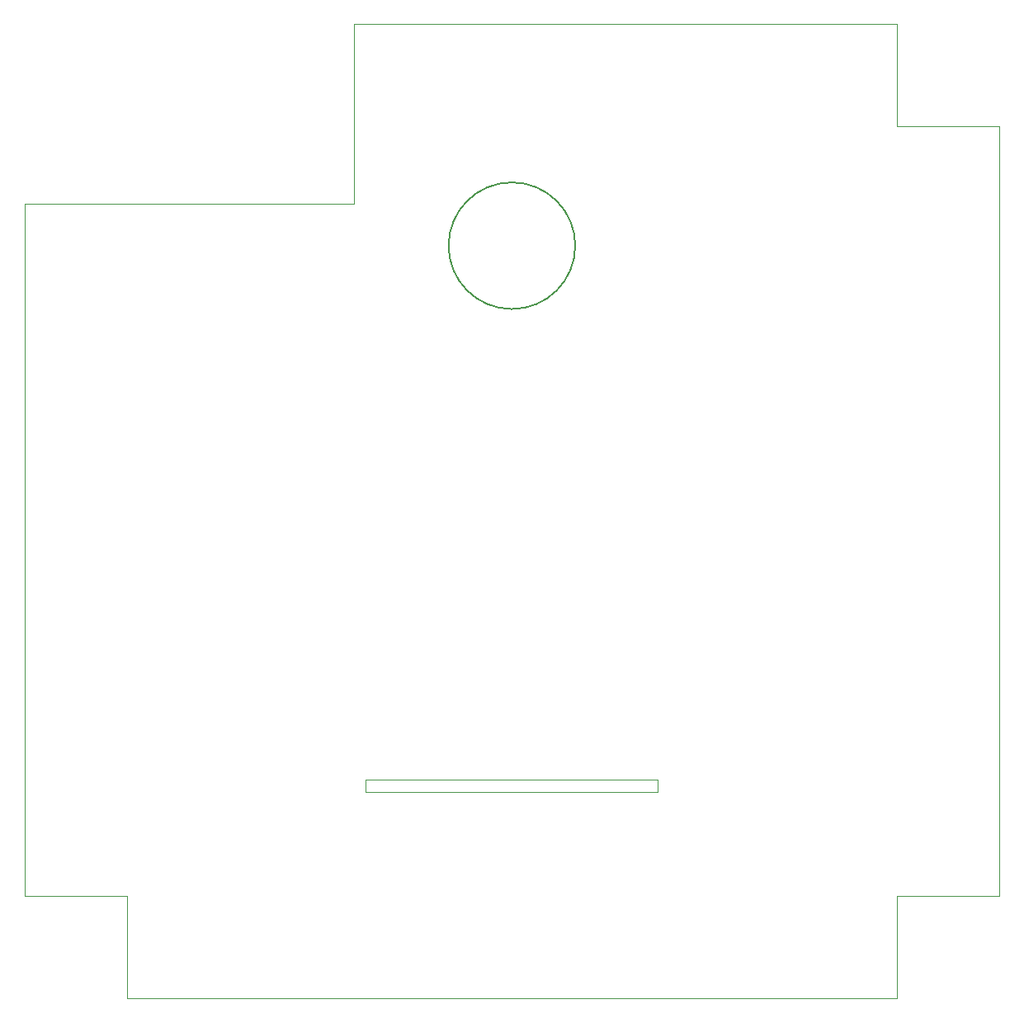
<source format=gbr>
%TF.GenerationSoftware,KiCad,Pcbnew,8.0.4*%
%TF.CreationDate,2024-09-09T11:17:31-04:00*%
%TF.ProjectId,payload_board_rev072,7061796c-6f61-4645-9f62-6f6172645f72,rev?*%
%TF.SameCoordinates,Original*%
%TF.FileFunction,Profile,NP*%
%FSLAX46Y46*%
G04 Gerber Fmt 4.6, Leading zero omitted, Abs format (unit mm)*
G04 Created by KiCad (PCBNEW 8.0.4) date 2024-09-09 11:17:31*
%MOMM*%
%LPD*%
G01*
G04 APERTURE LIST*
%TA.AperFunction,Profile*%
%ADD10C,0.050000*%
%TD*%
%TA.AperFunction,Profile*%
%ADD11C,0.100000*%
%TD*%
%TA.AperFunction,Profile*%
%ADD12C,0.200000*%
%TD*%
G04 APERTURE END LIST*
D10*
X46817200Y-31389600D02*
X21772800Y-31389600D01*
X13000000Y-31390000D02*
X21780000Y-31390000D01*
X113000000Y-23474600D02*
X113000000Y-102474600D01*
X102500000Y-112974600D02*
X23500000Y-112974600D01*
X102500000Y-23474600D02*
X113000000Y-23474600D01*
D11*
X47960000Y-90504600D02*
X47960000Y-91764600D01*
D10*
X23500000Y-112974600D02*
X23500000Y-102474600D01*
D12*
X69500000Y-35729700D02*
G75*
G02*
X56500000Y-35729700I-6500000J0D01*
G01*
X56500000Y-35729700D02*
G75*
G02*
X69500000Y-35729700I6500000J0D01*
G01*
D11*
X77960000Y-90504600D02*
X47960000Y-90504600D01*
X77960000Y-91764600D02*
X77960000Y-90504600D01*
D10*
X102500000Y-13000000D02*
X102500000Y-23474600D01*
X102497000Y-13000000D02*
X46817200Y-13000000D01*
X102500000Y-102474600D02*
X102500000Y-112974600D01*
D11*
X47960000Y-91764600D02*
X77960000Y-91764600D01*
D10*
X113000000Y-102474600D02*
X102500000Y-102474600D01*
X23500000Y-102474600D02*
X13000000Y-102474600D01*
X46817200Y-13000000D02*
X46817200Y-31389600D01*
X13000000Y-102474600D02*
X13000000Y-31390000D01*
M02*

</source>
